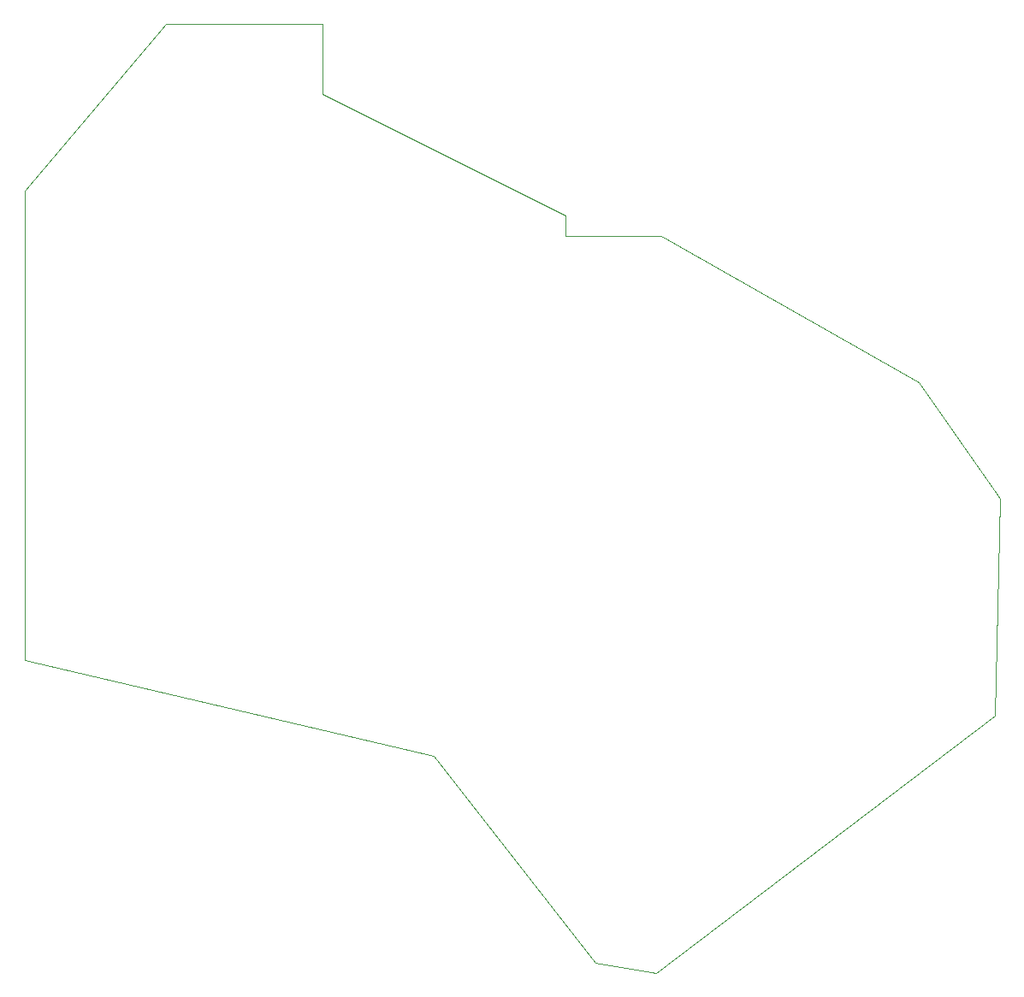
<source format=gbo>
G04 #@! TF.GenerationSoftware,KiCad,Pcbnew,8.0.4*
G04 #@! TF.CreationDate,2024-08-15T05:56:15-07:00*
G04 #@! TF.ProjectId,fixer-otg,66697865-722d-46f7-9467-2e6b69636164,rev?*
G04 #@! TF.SameCoordinates,Original*
G04 #@! TF.FileFunction,Legend,Bot*
G04 #@! TF.FilePolarity,Positive*
%FSLAX46Y46*%
G04 Gerber Fmt 4.6, Leading zero omitted, Abs format (unit mm)*
G04 Created by KiCad (PCBNEW 8.0.4) date 2024-08-15 05:56:15*
%MOMM*%
%LPD*%
G01*
G04 APERTURE LIST*
G04 Aperture macros list*
%AMHorizOval*
0 Thick line with rounded ends*
0 $1 width*
0 $2 $3 position (X,Y) of the first rounded end (center of the circle)*
0 $4 $5 position (X,Y) of the second rounded end (center of the circle)*
0 Add line between two ends*
20,1,$1,$2,$3,$4,$5,0*
0 Add two circle primitives to create the rounded ends*
1,1,$1,$2,$3*
1,1,$1,$4,$5*%
G04 Aperture macros list end*
%ADD10O,1.224000X1.524000*%
%ADD11HorizOval,1.224000X0.118202X0.092349X-0.118202X-0.092349X0*%
%ADD12O,1.524000X1.224000*%
%ADD13C,2.500000*%
%ADD14HorizOval,1.224000X0.092349X-0.118202X-0.092349X0.118202X0*%
%ADD15HorizOval,1.224000X0.134819X-0.065756X-0.134819X0.065756X0*%
%ADD16C,0.650000*%
%ADD17O,1.000000X2.100000*%
%ADD18O,1.000000X1.600000*%
G04 #@! TA.AperFunction,Profile*
%ADD19C,0.050000*%
G04 #@! TD*
G04 APERTURE END LIST*
%LPC*%
D10*
X91057300Y-88742700D03*
X91057300Y-83742700D03*
D11*
X151826973Y-90859454D03*
X155767027Y-87781146D03*
X136277073Y-121991554D03*
X140217127Y-118913246D03*
D10*
X77157300Y-88742700D03*
X77157300Y-83742700D03*
D12*
X81607300Y-86242700D03*
X86607300Y-86242700D03*
D13*
X132618200Y-102886800D03*
D10*
X77157300Y-105942700D03*
X77157300Y-100942700D03*
D14*
X115313746Y-91098973D03*
X118392054Y-95039027D03*
X132429046Y-113005673D03*
X135507354Y-116945727D03*
D15*
X112753015Y-67404072D03*
X117246985Y-69595928D03*
D13*
X143500000Y-81500000D03*
X93195300Y-80395600D03*
D12*
X67707300Y-86242700D03*
X72707300Y-86242700D03*
D13*
X71229000Y-80243900D03*
X102000000Y-60500000D03*
D12*
X109407300Y-86242700D03*
X114407300Y-86242700D03*
D11*
X149830873Y-111402154D03*
X153770927Y-108323846D03*
D14*
X123871446Y-102052373D03*
X126949754Y-105992427D03*
D10*
X91057300Y-105942700D03*
X91057300Y-100942700D03*
D11*
X141273173Y-100448854D03*
X145213227Y-97370546D03*
D14*
X127433046Y-134548373D03*
X130511354Y-138488427D03*
D13*
X127000000Y-124000000D03*
D12*
X95507300Y-69042700D03*
X100507300Y-69042700D03*
D10*
X77157300Y-71542700D03*
X77157300Y-66542700D03*
D14*
X156536646Y-92826973D03*
X159614954Y-96767027D03*
D10*
X104957300Y-71542700D03*
X104957300Y-66542700D03*
D14*
X137425146Y-91462973D03*
X140503454Y-95403027D03*
D11*
X119161673Y-100084854D03*
X123101727Y-97006546D03*
D12*
X67707300Y-69042700D03*
X72707300Y-69042700D03*
D13*
X93062700Y-114216200D03*
D14*
X140986746Y-123959073D03*
X144065054Y-127899127D03*
D11*
X122723273Y-132580954D03*
X126663327Y-129502646D03*
D14*
X145982846Y-102416273D03*
X149061154Y-106356327D03*
D12*
X95507300Y-86242700D03*
X100507300Y-86242700D03*
X81607300Y-51842700D03*
X86607300Y-51842700D03*
D14*
X118875346Y-123595073D03*
X121953654Y-127535127D03*
D10*
X104957300Y-88742700D03*
X104957300Y-83742700D03*
D11*
X127719373Y-111038154D03*
X131659427Y-107959846D03*
D12*
X81607300Y-69042700D03*
X86607300Y-69042700D03*
D14*
X110317646Y-112641673D03*
X113395954Y-116581727D03*
X154540546Y-113369673D03*
X157618854Y-117309727D03*
D10*
X91057300Y-71542700D03*
X91057300Y-66542700D03*
D12*
X95507300Y-103442700D03*
X100507300Y-103442700D03*
D13*
X148467800Y-122442500D03*
D12*
X67707300Y-103442700D03*
X72707300Y-103442700D03*
D15*
X131753015Y-75904072D03*
X136246985Y-78095928D03*
D10*
X91057300Y-54342700D03*
X91057300Y-49342700D03*
D11*
X132715473Y-89495454D03*
X136655527Y-86417146D03*
D16*
X126992400Y-75761000D03*
X121212400Y-75761000D03*
D17*
X128422400Y-76291000D03*
D18*
X128422400Y-72111000D03*
D17*
X119782400Y-76291000D03*
D18*
X119782400Y-72111000D03*
D11*
X114165573Y-121627554D03*
X118105627Y-118549246D03*
D12*
X81607300Y-103442700D03*
X86607300Y-103442700D03*
%LPD*%
D19*
X95500000Y-55000000D02*
X119500000Y-67000000D01*
X119500000Y-67000000D02*
X119500000Y-69000000D01*
X95500000Y-48000000D02*
X80000000Y-48000000D01*
X119500000Y-69000000D02*
X129000000Y-69000000D01*
X122500000Y-141000000D02*
X128500000Y-142000000D01*
X66000000Y-64500000D02*
X66000000Y-111000000D01*
X80000000Y-48000000D02*
X66000000Y-64500000D01*
X162500000Y-95000000D02*
X154500000Y-83500000D01*
X95500000Y-55000000D02*
X95500000Y-48000000D01*
X106500000Y-120500000D02*
X122500000Y-141000000D01*
X128500000Y-142000000D02*
X162000000Y-116500000D01*
X129000000Y-69000000D02*
X154500000Y-83500000D01*
X66000000Y-111000000D02*
X106500000Y-120500000D01*
X162000000Y-116500000D02*
X162500000Y-95000000D01*
M02*

</source>
